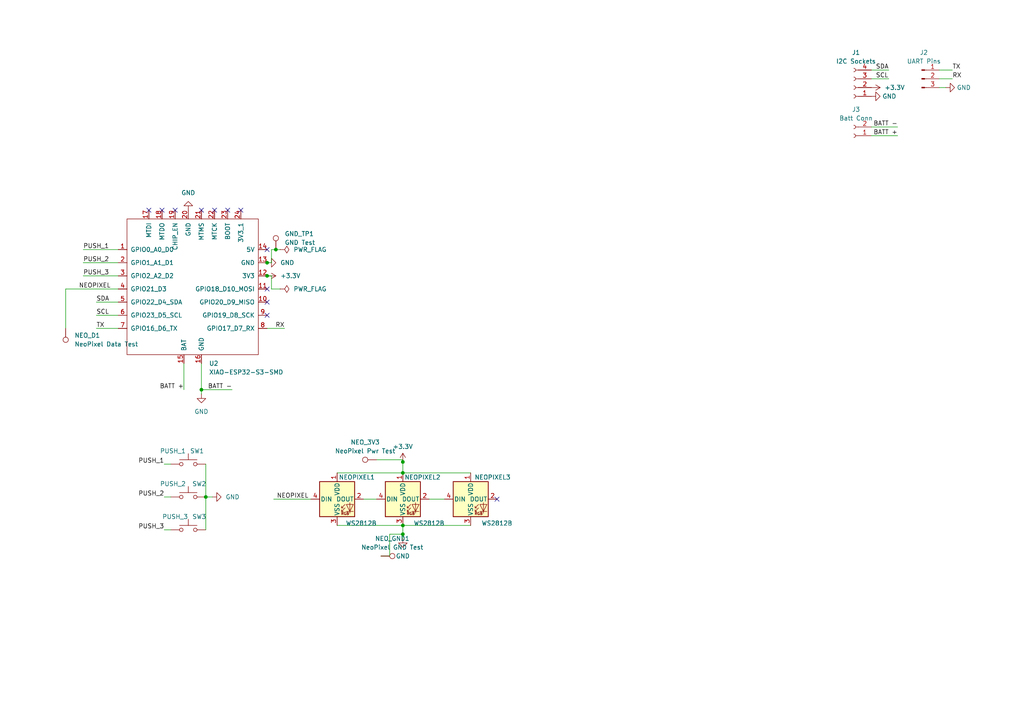
<source format=kicad_sch>
(kicad_sch (version 20231120) (generator "eeschema") (generator_version "8.0")
  (paper "A4")
  (lib_symbols
    (symbol "Connector:Conn_01x02_Socket" (pin_names (offset 1.016) hide)
      (property "Reference" "J" (at 0 2.54 0))
      (property "Value" "Conn_01x02_Socket" (at 0 -5.08 0))
      (symbol "Conn_01x02_Socket_1_1"
        (arc (start 0 -2.032) (mid -0.5058 -2.54) (end 0 -3.048) (stroke (width 0.1524)))
        (polyline (pts (xy -1.27 -2.54) (xy -0.508 -2.54)) (stroke (width 0.1524)))
        (polyline (pts (xy -1.27 0) (xy -0.508 0)) (stroke (width 0.1524)))
        (arc (start 0 0.508) (mid -0.5058 0) (end 0 -0.508) (stroke (width 0.1524)))
        (pin passive line (at -5.08 0 0) (length 3.81) (name "Pin_1") (number "1"))
        (pin passive line (at -5.08 -2.54 0) (length 3.81) (name "Pin_2") (number "2"))
      )
    )
    (symbol "Connector:Conn_01x03_Pin" (pin_names (offset 1.016) hide)
      (property "Reference" "J" (at 0 5.08 0))
      (property "Value" "Conn_01x03_Pin" (at 0 -5.08 0))
      (symbol "Conn_01x03_Pin_1_1"
        (polyline (pts (xy 1.27 -2.54) (xy 0.8636 -2.54)) (stroke (width 0.1524)))
        (polyline (pts (xy 1.27 0) (xy 0.8636 0)) (stroke (width 0.1524)))
        (polyline (pts (xy 1.27 2.54) (xy 0.8636 2.54)) (stroke (width 0.1524)))
        (rectangle (start 0.8636 -2.413) (end 0 -2.667) (stroke (width 0.1524)) (fill (type outline)))
        (rectangle (start 0.8636 0.127) (end 0 -0.127) (stroke (width 0.1524)) (fill (type outline)))
        (rectangle (start 0.8636 2.667) (end 0 2.413) (stroke (width 0.1524)) (fill (type outline)))
        (pin passive line (at 5.08 2.54 180) (length 3.81) (name "Pin_1") (number "1"))
        (pin passive line (at 5.08 0 180) (length 3.81) (name "Pin_2") (number "2"))
        (pin passive line (at 5.08 -2.54 180) (length 3.81) (name "Pin_3") (number "3"))
      )
    )
    (symbol "Connector:Conn_01x04_Socket" (pin_names (offset 1.016) hide)
      (property "Reference" "J" (at 0 5.08 0))
      (property "Value" "Conn_01x04_Socket" (at 0 -7.62 0))
      (symbol "Conn_01x04_Socket_1_1"
        (arc (start 0 -4.572) (mid -0.5058 -5.08) (end 0 -5.588) (stroke (width 0.1524)))
        (arc (start 0 -2.032) (mid -0.5058 -2.54) (end 0 -3.048) (stroke (width 0.1524)))
        (polyline (pts (xy -1.27 -5.08) (xy -0.508 -5.08)) (stroke (width 0.1524)))
        (polyline (pts (xy -1.27 -2.54) (xy -0.508 -2.54)) (stroke (width 0.1524)))
        (polyline (pts (xy -1.27 0) (xy -0.508 0)) (stroke (width 0.1524)))
        (polyline (pts (xy -1.27 2.54) (xy -0.508 2.54)) (stroke (width 0.1524)))
        (arc (start 0 0.508) (mid -0.5058 0) (end 0 -0.508) (stroke (width 0.1524)))
        (arc (start 0 3.048) (mid -0.5058 2.54) (end 0 2.032) (stroke (width 0.1524)))
        (pin passive line (at -5.08 2.54 0) (length 3.81) (name "Pin_1") (number "1"))
        (pin passive line (at -5.08 0 0) (length 3.81) (name "Pin_2") (number "2"))
        (pin passive line (at -5.08 -2.54 0) (length 3.81) (name "Pin_3") (number "3"))
        (pin passive line (at -5.08 -5.08 0) (length 3.81) (name "Pin_4") (number "4"))
      )
    )
    (symbol "Connector:TestPoint" (pin_numbers hide) (pin_names (offset 0.762) hide)
      (property "Reference" "TP" (at 0 6.858 0))
      (property "Value" "TestPoint" (at 0 5.08 0))
      (symbol "TestPoint_0_1"
        (circle (center 0 3.302) (radius 0.762))
      )
      (symbol "TestPoint_1_1"
        (pin passive line (at 0 0 90) (length 2.54) (name "1") (number "1"))
      )
    )
    (symbol "LED:WS2812B" (pin_names (offset 0.254))
      (property "Reference" "D" (at 5.08 5.715 0))
      (property "Value" "WS2812B" (at 1.27 -5.715 0))
      (symbol "WS2812B_0_0"
        (text "RGB" (at 2.286 -4.191 0) (effects (font (size 0.762 0.762))))
      )
      (symbol "WS2812B_0_1"
        (polyline (pts (xy 1.27 -3.556) (xy 1.778 -3.556)))
        (polyline (pts (xy 1.27 -2.54) (xy 1.778 -2.54)))
        (polyline (pts (xy 4.699 -3.556) (xy 2.667 -3.556)))
        (polyline (pts (xy 2.286 -2.54) (xy 1.27 -3.556) (xy 1.27 -3.048)))
        (polyline (pts (xy 2.286 -1.524) (xy 1.27 -2.54) (xy 1.27 -2.032)))
        (polyline (pts (xy 3.683 -1.016) (xy 3.683 -3.556) (xy 3.683 -4.064)))
        (polyline (pts (xy 4.699 -1.524) (xy 2.667 -1.524) (xy 3.683 -3.556) (xy 4.699 -1.524)))
        (rectangle (start 5.08 5.08) (end -5.08 -5.08) (stroke (width 0.254)) (fill (type background)))
      )
      (symbol "WS2812B_1_1"
        (pin power_in line (at 0 7.62 270) (length 2.54) (name "VDD") (number "1"))
        (pin output line (at 7.62 0 180) (length 2.54) (name "DOUT") (number "2"))
        (pin power_in line (at 0 -7.62 90) (length 2.54) (name "VSS") (number "3"))
        (pin input line (at -7.62 0 0) (length 2.54) (name "DIN") (number "4"))
      )
    )
    (symbol "Seeed_Studio_XIAO_Series:XIAO-ESP32-C6-SMD" (pin_names (offset 1.016))
      (property "Reference" "U" (at -18.542 23.114 0))
      (property "Value" "XIAO-ESP32-S3-SMD" (at -8.382 21.336 0))
      (symbol "XIAO-ESP32-C6-SMD_0_1"
        (rectangle (start 19.05 -19.05) (end -19.05 20.32))
      )
      (symbol "XIAO-ESP32-C6-SMD_1_1"
        (pin passive line (at -21.59 11.43 0) (length 2.54) (name "GPIO0_A0_D0") (number "1"))
        (pin passive line (at 21.59 -3.81 180) (length 2.54) (name "GPIO20_D9_MISO") (number "10"))
        (pin passive line (at 21.59 0 180) (length 2.54) (name "GPIO18_D10_MOSI") (number "11"))
        (pin passive line (at 21.59 3.81 180) (length 2.54) (name "3V3") (number "12"))
        (pin passive line (at 21.59 7.62 180) (length 2.54) (name "GND") (number "13"))
        (pin passive line (at 21.59 11.43 180) (length 2.54) (name "5V") (number "14"))
        (pin passive line (at -2.54 -21.59 90) (length 2.54) (name "BAT") (number "15"))
        (pin passive line (at 2.54 -21.59 90) (length 2.54) (name "GND") (number "16"))
        (pin passive line (at -12.7 22.86 270) (length 2.54) (name "MTDI") (number "17"))
        (pin passive line (at -8.89 22.86 270) (length 2.54) (name "MTDO") (number "18"))
        (pin passive line (at -5.08 22.86 270) (length 2.54) (name "CHIP_EN") (number "19"))
        (pin passive line (at -21.59 7.62 0) (length 2.54) (name "GPIO1_A1_D1") (number "2"))
        (pin passive line (at -1.27 22.86 270) (length 2.54) (name "GND") (number "20"))
        (pin passive line (at 2.54 22.86 270) (length 2.54) (name "MTMS") (number "21"))
        (pin passive line (at 6.35 22.86 270) (length 2.54) (name "MTCK") (number "22"))
        (pin passive line (at 10.16 22.86 270) (length 2.54) (name "BOOT") (number "23"))
        (pin passive line (at 13.97 22.86 270) (length 2.54) (name "3V3_1") (number "24"))
        (pin passive line (at -21.59 3.81 0) (length 2.54) (name "GPIO2_A2_D2") (number "3"))
        (pin passive line (at -21.59 0 0) (length 2.54) (name "GPIO21_D3") (number "4"))
        (pin passive line (at -21.59 -3.81 0) (length 2.54) (name "GPIO22_D4_SDA") (number "5"))
        (pin passive line (at -21.59 -7.62 0) (length 2.54) (name "GPIO23_D5_SCL") (number "6"))
        (pin passive line (at -21.59 -11.43 0) (length 2.54) (name "GPIO16_D6_TX") (number "7"))
        (pin passive line (at 21.59 -11.43 180) (length 2.54) (name "GPIO17_D7_RX") (number "8"))
        (pin passive line (at 21.59 -7.62 180) (length 2.54) (name "GPIO19_D8_SCK") (number "9"))
      )
    )
    (symbol "Switch:SW_Push" (pin_numbers hide) (pin_names (offset 1.016) hide)
      (property "Reference" "SW" (at 1.27 2.54 0))
      (property "Value" "SW_Push" (at 0 -1.524 0))
      (symbol "SW_Push_0_1"
        (circle (center -2.032 0) (radius 0.508))
        (polyline (pts (xy 0 1.27) (xy 0 3.048)))
        (polyline (pts (xy 2.54 1.27) (xy -2.54 1.27)))
        (circle (center 2.032 0) (radius 0.508))
        (pin passive line (at -5.08 0 0) (length 2.54) (name "1") (number "1"))
        (pin passive line (at 5.08 0 180) (length 2.54) (name "2") (number "2"))
      )
    )
    (symbol "power:+3.3V" (power) (pin_names (offset 0))
      (property "Value" "+3.3V" (at 0 3.556 0))
      (symbol "+3.3V_0_1"
        (polyline (pts (xy -0.762 1.27) (xy 0 2.54)))
        (polyline (pts (xy 0 0) (xy 0 2.54)))
        (polyline (pts (xy 0 2.54) (xy 0.762 1.27)))
      )
      (symbol "+3.3V_1_1"
        (pin power_in line (at 0 0 90) (length 0) hide (name "+3.3V") (number "1"))
      )
    )
    (symbol "power:GND" (power) (pin_names (offset 0))
      (property "Value" "GND" (at 0 -3.81 0))
      (symbol "GND_0_1"
        (polyline (pts (xy 0 0) (xy 0 -1.27) (xy 1.27 -1.27) (xy 0 -2.54) (xy -1.27 -1.27) (xy 0 -1.27)))
      )
      (symbol "GND_1_1"
        (pin power_in line (at 0 0 270) (length 0) hide (name "GND") (number "1"))
      )
    )
    (symbol "power:PWR_FLAG" (power) (pin_numbers hide) (pin_names (offset 0) hide)
      (property "Value" "PWR_FLAG" (at 0 3.81 0))
      (symbol "PWR_FLAG_0_0"
        (pin power_out line (at 0 0 90) (length 0) (name "pwr") (number "1"))
      )
      (symbol "PWR_FLAG_0_1"
        (polyline (pts (xy 0 0) (xy 0 1.27) (xy -1.016 1.905) (xy 0 2.54) (xy 1.016 1.905) (xy 0 1.27)))
      )
    )
  )
  (junction (at 58.42 113.03))
  (junction (at 77.47 76.2))
  (junction (at 116.84 152.4))
  (junction (at 116.84 154.94))
  (junction (at 116.84 137.16))
  (junction (at 80.01 72.39))
  (junction (at 77.47 80.01))
  (junction (at 59.69 144.145))
  (junction (at 116.84 133.985))
  (no_connect (at 69.85 60.96))
  (no_connect (at 77.47 72.39))
  (no_connect (at 77.47 83.82))
  (no_connect (at 77.47 87.63))
  (no_connect (at 46.99 60.96))
  (no_connect (at 62.23 60.96))
  (no_connect (at 50.8 60.96))
  (no_connect (at 43.18 60.96))
  (no_connect (at 77.47 91.44))
  (no_connect (at 58.42 60.96))
  (no_connect (at 144.145 144.78))
  (no_connect (at 66.04 60.96))
  (wire (pts (xy 78.74 83.82) (xy 81.28 83.82)))
  (wire (pts (xy 58.42 114.3) (xy 58.42 113.03)))
  (wire (pts (xy 19.05 95.25) (xy 19.05 83.82)))
  (wire (pts (xy 272.415 25.4) (xy 274.32 25.4)))
  (wire (pts (xy 113.03 161.29) (xy 113.03 154.94)))
  (wire (pts (xy 78.74 83.82) (xy 78.74 80.01)))
  (wire (pts (xy 27.94 95.25) (xy 34.29 95.25)))
  (wire (pts (xy 78.74 76.2) (xy 77.47 76.2)))
  (wire (pts (xy 80.01 72.39) (xy 78.74 72.39)))
  (wire (pts (xy 116.84 137.16) (xy 136.525 137.16)))
  (wire (pts (xy 124.46 144.78) (xy 128.905 144.78)))
  (wire (pts (xy 252.73 36.83) (xy 260.35 36.83)))
  (wire (pts (xy 77.47 95.25) (xy 82.55 95.25)))
  (wire (pts (xy 78.74 72.39) (xy 78.74 76.2)))
  (wire (pts (xy 272.415 20.32) (xy 276.225 20.32)))
  (wire (pts (xy 53.34 105.41) (xy 53.34 113.03)))
  (wire (pts (xy 27.94 87.63) (xy 34.29 87.63)))
  (wire (pts (xy 59.69 144.145) (xy 59.69 153.67)))
  (wire (pts (xy 24.13 76.2) (xy 34.29 76.2)))
  (wire (pts (xy 47.625 134.62) (xy 49.53 134.62)))
  (wire (pts (xy 116.84 152.4) (xy 116.84 154.94)))
  (wire (pts (xy 97.79 137.16) (xy 116.84 137.16)))
  (wire (pts (xy 19.05 83.82) (xy 34.29 83.82)))
  (wire (pts (xy 110.49 161.29) (xy 113.03 161.29)))
  (wire (pts (xy 24.13 80.01) (xy 34.29 80.01)))
  (wire (pts (xy 24.13 72.39) (xy 34.29 72.39)))
  (wire (pts (xy 105.41 144.78) (xy 109.22 144.78)))
  (wire (pts (xy 27.94 91.44) (xy 34.29 91.44)))
  (wire (pts (xy 78.74 80.01) (xy 77.47 80.01)))
  (wire (pts (xy 81.28 72.39) (xy 80.01 72.39)))
  (wire (pts (xy 58.42 113.03) (xy 67.31 113.03)))
  (wire (pts (xy 252.73 39.37) (xy 260.35 39.37)))
  (wire (pts (xy 116.84 154.94) (xy 116.84 156.21)))
  (wire (pts (xy 97.79 152.4) (xy 116.84 152.4)))
  (wire (pts (xy 79.375 144.78) (xy 90.17 144.78)))
  (wire (pts (xy 252.73 22.86) (xy 257.81 22.86)))
  (wire (pts (xy 47.625 153.67) (xy 49.53 153.67)))
  (wire (pts (xy 59.69 144.145) (xy 61.595 144.145)))
  (wire (pts (xy 116.84 133.35) (xy 116.84 133.985)))
  (wire (pts (xy 59.69 134.62) (xy 59.69 144.145)))
  (wire (pts (xy 272.415 22.86) (xy 276.225 22.86)))
  (wire (pts (xy 116.84 152.4) (xy 136.525 152.4)))
  (wire (pts (xy 109.22 133.35) (xy 116.84 133.35)))
  (wire (pts (xy 47.625 144.145) (xy 49.53 144.145)))
  (wire (pts (xy 58.42 113.03) (xy 58.42 105.41)))
  (wire (pts (xy 116.84 133.985) (xy 116.84 137.16)))
  (wire (pts (xy 252.73 20.32) (xy 257.81 20.32)))
  (wire (pts (xy 113.03 154.94) (xy 116.84 154.94)))
  (label "NEOPIXEL" (at 89.535 144.78 180))
  (label "PUSH_1" (at 47.625 134.62 180))
  (label "RX" (at 276.225 22.86 0))
  (label "SCL" (at 27.94 91.44 0))
  (label "BATT -" (at 67.31 113.03 180))
  (label "NEOPIXEL" (at 22.86 83.82 0))
  (label "PUSH_1" (at 24.13 72.39 0))
  (label "TX" (at 276.225 20.32 0))
  (label "SDA" (at 27.94 87.63 0))
  (label "RX" (at 82.55 95.25 180))
  (label "PUSH_2" (at 47.625 144.145 180))
  (label "SDA" (at 254 20.32 0))
  (label "BATT +" (at 260.35 39.37 180))
  (label "TX" (at 27.94 95.25 0))
  (label "PUSH_3" (at 24.13 80.01 0))
  (label "SCL" (at 254 22.86 0))
  (label "BATT -" (at 260.35 36.83 180))
  (label "PUSH_3" (at 47.625 153.67 180))
  (label "BATT +" (at 53.34 113.03 180))
  (label "PUSH_2" (at 24.13 76.2 0))
  (symbol (lib_id "Connector:Conn_01x04_Socket") (at 247.65 25.4 180) (unit 1)
    (property "Reference" "J1" (at 248.285 15.24 0))
    (property "Value" "I2C Sockets" (at 248.285 17.78 0))
    (property "Footprint" "SSD1306:128x64OLED" (effects (hide yes)))
    (property "LCSC" "C2718488" (effects (hide yes)))
  )
  (symbol (lib_id "power:GND") (at 77.47 76.2 90) (unit 1)
    (property "Reference" "#PWR06" (effects (hide yes)))
    (property "Value" "GND" (at 81.28 76.1999 90) (effects (justify right)))
  )
  (symbol (lib_id "power:+3.3V") (at 116.84 133.985 0) (unit 1)
    (property "Reference" "#PWR035" (effects (hide yes)))
    (property "Value" "+3.3V" (at 116.84 129.54 0))
  )
  (symbol (lib_id "power:GND") (at 252.73 27.94 90) (unit 1)
    (property "Reference" "#PWR01" (effects (hide yes)))
    (property "Value" "GND" (at 255.905 27.94 90) (effects (justify right)))
  )
  (symbol (lib_id "LED:WS2812B") (at 116.84 144.78 0) (unit 1)
    (property "Reference" "NEOPIXEL2" (at 122.555 138.43 0))
    (property "Value" "WS2812B" (at 124.46 151.765 0))
    (property "Footprint" "LED_SMD:LED_WS2812B_PLCC4_5.0x5.0mm_P3.2mm" (effects (hide yes)))
    (property "Datasheet" "https://cdn-shop.adafruit.com/datasheets/WS2812B.pdf" (effects (hide yes)))
    (property "LCSC" "C2843785" (effects (hide yes)))
  )
  (symbol (lib_id "Connector:TestPoint") (at 110.49 161.29 270) (mirror x) (unit 1)
    (property "Reference" "NEO_GND1" (at 113.792 156.21 90))
    (property "Value" "NeoPixel GND Test" (at 113.792 158.75 90))
    (property "Footprint" "TestPoint:TestPoint_Pad_D1.5mm" (effects (hide yes)))
    (property "Description" "test point" (effects (hide yes)))
  )
  (symbol (lib_id "LED:WS2812B") (at 97.79 144.78 0) (unit 1)
    (property "Reference" "NEOPIXEL1" (at 103.505 138.43 0))
    (property "Value" "WS2812B" (at 104.775 151.765 0))
    (property "Footprint" "LED_SMD:LED_WS2812B_PLCC4_5.0x5.0mm_P3.2mm" (effects (hide yes)))
    (property "Datasheet" "https://cdn-shop.adafruit.com/datasheets/WS2812B.pdf" (effects (hide yes)))
    (property "LCSC" "C2843785" (effects (hide yes)))
  )
  (symbol (lib_id "LED:WS2812B") (at 136.525 144.78 0) (unit 1)
    (property "Reference" "NEOPIXEL3" (at 142.875 138.43 0))
    (property "Value" "WS2812B" (at 144.145 151.765 0))
    (property "Footprint" "LED_SMD:LED_WS2812B_PLCC4_5.0x5.0mm_P3.2mm" (effects (hide yes)))
    (property "Datasheet" "https://cdn-shop.adafruit.com/datasheets/WS2812B.pdf" (effects (hide yes)))
    (property "LCSC" "C2843785" (effects (hide yes)))
  )
  (symbol (lib_id "Switch:SW_Push") (at 54.61 153.67 0) (unit 1)
    (property "Reference" "SW3" (at 57.785 149.86 0))
    (property "Value" "PUSH_3" (at 50.8 149.86 0))
    (property "Footprint" "Button_Switch_SMD:SW_Push_1P1T_NO_6x6mm_H9.5mm" (effects (hide yes)))
    (property "LCSC" "C455110" (effects (hide yes)))
  )
  (symbol (lib_id "Switch:SW_Push") (at 54.61 134.62 0) (unit 1)
    (property "Reference" "SW1" (at 57.15 130.81 0))
    (property "Value" "PUSH_1" (at 50.165 130.81 0))
    (property "Footprint" "Button_Switch_SMD:SW_Push_1P1T_NO_6x6mm_H9.5mm" (effects (hide yes)))
    (property "LCSC" "C455110" (effects (hide yes)))
  )
  (symbol (lib_id "Connector:Conn_01x03_Pin") (at 267.335 22.86 0) (unit 1)
    (property "Reference" "J2" (at 267.97 15.24 0))
    (property "Value" "UART Pins" (at 267.97 17.78 0))
    (property "Footprint" "Connector_PinHeader_2.54mm:PinHeader_1x03_P2.54mm_Vertical" (effects (hide yes)))
    (property "LCSC" "C49257" (effects (hide yes)))
  )
  (symbol (lib_id "power:+3.3V") (at 77.47 80.01 270) (unit 1)
    (property "Reference" "#PWR07" (effects (hide yes)))
    (property "Value" "+3.3V" (at 81.28 80.0099 90) (effects (justify left)))
  )
  (symbol (lib_id "power:PWR_FLAG") (at 81.28 83.82 270) (unit 1)
    (property "Reference" "#FLG03" (effects (hide yes)))
    (property "Value" "PWR_FLAG" (at 85.09 83.8199 90) (effects (justify left)))
  )
  (symbol (lib_id "power:GND") (at 61.595 144.145 90) (unit 1)
    (property "Reference" "#PWR010" (effects (hide yes)))
    (property "Value" "GND" (at 65.405 144.145 90) (effects (justify right)))
  )
  (symbol (lib_id "Switch:SW_Push") (at 54.61 144.145 0) (unit 1)
    (property "Reference" "SW2" (at 57.785 140.335 0))
    (property "Value" "PUSH_2" (at 50.165 140.335 0))
    (property "Footprint" "Button_Switch_SMD:SW_Push_1P1T_NO_6x6mm_H9.5mm" (effects (hide yes)))
    (property "LCSC" "C455110" (effects (hide yes)))
  )
  (symbol (lib_id "power:GND") (at 274.32 25.4 90) (unit 1)
    (property "Reference" "#PWR05" (effects (hide yes)))
    (property "Value" "GND" (at 277.495 25.4 90) (effects (justify right)))
  )
  (symbol (lib_id "power:+3.3V") (at 252.73 25.4 270) (unit 1)
    (property "Reference" "#PWR02" (effects (hide yes)))
    (property "Value" "+3.3V" (at 256.54 25.4 90) (effects (justify left)))
  )
  (symbol (lib_id "Seeed_Studio_XIAO_Series:XIAO-ESP32-C6-SMD") (at 55.88 83.82 0) (unit 1)
    (property "Reference" "U2" (at 60.6141 105.41 0) (effects (justify left)))
    (property "Value" "XIAO-ESP32-S3-SMD" (at 60.6141 107.95 0) (effects (justify left)))
    (property "Footprint" "Seeed Studio XIAO Series Library:XIAO-ESP32C6-SMD" (effects (hide yes)))
  )
  (symbol (lib_id "Connector:TestPoint") (at 80.01 72.39 0) (unit 1)
    (property "Reference" "GND_TP1" (at 82.55 67.8179 0) (effects (justify left)))
    (property "Value" "GND Test" (at 82.55 70.3579 0) (effects (justify left)))
    (property "Footprint" "TestPoint:TestPoint_Pad_D1.5mm" (effects (hide yes)))
    (property "Description" "test point" (effects (hide yes)))
  )
  (symbol (lib_id "power:GND") (at 116.84 156.21 0) (unit 1)
    (property "Reference" "#PWR011" (effects (hide yes)))
    (property "Value" "GND" (at 116.84 161.29 0))
  )
  (symbol (lib_id "Connector:TestPoint") (at 109.22 133.35 90) (unit 1)
    (property "Reference" "NEO_3V3" (at 105.918 128.27 90))
    (property "Value" "NeoPixel Pwr Test" (at 105.918 130.81 90))
    (property "Footprint" "TestPoint:TestPoint_Pad_D1.5mm" (effects (hide yes)))
    (property "Description" "test point" (effects (hide yes)))
  )
  (symbol (lib_id "Connector:TestPoint") (at 19.05 95.25 180) (unit 1)
    (property "Reference" "NEO_D1" (at 21.59 97.2819 0) (effects (justify right)))
    (property "Value" "NeoPixel Data Test" (at 21.59 99.8219 0) (effects (justify right)))
    (property "Footprint" "TestPoint:TestPoint_Pad_D1.5mm" (effects (hide yes)))
    (property "Description" "test point" (effects (hide yes)))
  )
  (symbol (lib_id "power:GND") (at 58.42 114.3 0) (unit 1)
    (property "Reference" "#PWR08" (effects (hide yes)))
    (property "Value" "GND" (at 58.42 119.38 0))
  )
  (symbol (lib_id "Connector:Conn_01x02_Socket") (at 247.65 39.37 180) (unit 1)
    (property "Reference" "J3" (at 248.285 31.75 0))
    (property "Value" "Batt Conn" (at 248.285 34.29 0))
    (property "Footprint" "Connector_JST:JST_PH_S2B-PH-K_1x02_P2.00mm_Horizontal" (effects (hide yes)))
    (property "Description" "Generic connector, single row, 01x02, script generated" (effects (hide yes)))
  )
  (symbol (lib_id "power:PWR_FLAG") (at 81.28 72.39 270) (unit 1)
    (property "Reference" "#FLG02" (effects (hide yes)))
    (property "Value" "PWR_FLAG" (at 85.09 72.3899 90) (effects (justify left)))
  )
  (symbol (lib_id "power:GND") (at 54.61 60.96 180) (unit 1)
    (property "Reference" "#PWR09" (effects (hide yes)))
    (property "Value" "GND" (at 54.61 55.9232 0))
  )
)
</source>
